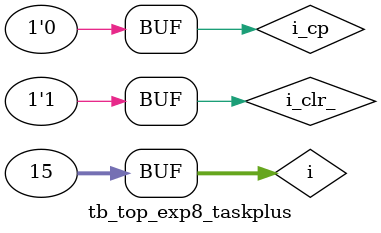
<source format=v>
module tb_top_exp8_taskplus;
reg i_cp;
reg i_clr_;
wire [2:0] o_q;
wire [7:0] o_d;
integer i;

initial begin
    i_cp = 1'b0;
    i_clr_ = 1'b0;
    
    #10;
    i_clr_ = 1'b1;

    for (i = 0; i < 4'hf; i = i + 1) begin
        i_cp = 1'b1;
        
        #5;
        i_cp = 1'b0;

        #5;
    end
end

top_exp8_taskplus dut(
    .clockpulse(i_cp),
    .clear_(i_clr_),
    .counter_out(o_q),
    .decoder_out(o_d)
);

endmodule

</source>
